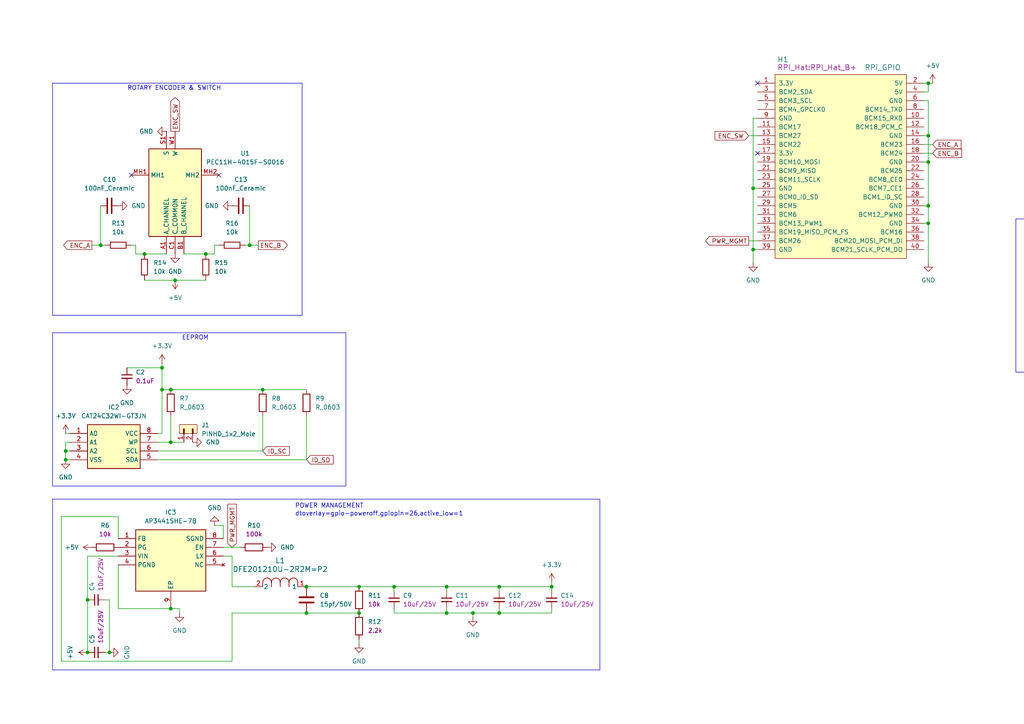
<source format=kicad_sch>
(kicad_sch (version 20231120) (generator "eeschema") (generator_version "8.0")
  (paper "A4")
  (lib_symbols
    (symbol "10k_1"
      (property "Reference" "R" (at 0 5.08 0))
      (property "Value" "10k" (at 0 2.54 0))
      (symbol "10k_1_0_1"
        (rectangle (start -2.286 0.889) (end 2.286 -0.889) (stroke (width 0.24)))
      )
      (symbol "10k_1_1_1"
        (pin passive line (at -3.81 0 0) (length 1.5) (name "") (number "1"))
        (pin passive line (at 3.81 0 180) (length 1.5) (name "~") (number "2"))
      )
    )
    (symbol "2024-11-03_19-57-49:DFE201210U-2R2M=P2" (pin_names (offset 0.254))
      (property "Reference" "L" (at 6.985 5.08 0))
      (property "Value" "DFE201210U-2R2M=P2" (at 6.985 -2.54 0))
      (symbol "DFE201210U-2R2M=P2_1_1"
        (polyline (pts (xy 2.54 0) (xy 2.54 1.27)) (stroke (width 0.2032)))
        (polyline (pts (xy 5.08 0) (xy 5.08 1.27)) (stroke (width 0.2032)))
        (polyline (pts (xy 7.62 0) (xy 7.62 1.27)) (stroke (width 0.2032)))
        (polyline (pts (xy 10.16 0) (xy 10.16 1.27)) (stroke (width 0.2032)))
        (polyline (pts (xy 12.7 0) (xy 12.7 1.27)) (stroke (width 0.2032)))
        (arc (start 5.08 1.27) (mid 3.81 2.5344) (end 2.54 1.27) (stroke (width 0.2032)))
        (arc (start 7.62 1.27) (mid 6.35 2.5344) (end 5.08 1.27) (stroke (width 0.2032)))
        (arc (start 10.16 1.27) (mid 8.89 2.5344) (end 7.62 1.27) (stroke (width 0.2032)))
        (arc (start 12.7 1.27) (mid 11.43 2.5344) (end 10.16 1.27) (stroke (width 0.2032)))
        (pin unspecified line (at 15.24 0 180) (length 2.54) (name "1") (number "1"))
        (pin unspecified line (at 0 0 0) (length 2.54) (name "2") (number "2"))
      )
      (symbol "DFE201210U-2R2M=P2_1_2"
        (arc (start -1.27 5.08) (mid -2.5344 3.81) (end -1.27 2.54) (stroke (width 0.2032)))
        (arc (start -1.27 7.62) (mid -2.5344 6.35) (end -1.27 5.08) (stroke (width 0.2032)))
        (arc (start -1.27 10.16) (mid -2.5344 8.89) (end -1.27 7.62) (stroke (width 0.2032)))
        (arc (start -1.27 12.7) (mid -2.5344 11.43) (end -1.27 10.16) (stroke (width 0.2032)))
        (polyline (pts (xy 0 2.54) (xy -1.27 2.54)) (stroke (width 0.2032)))
        (polyline (pts (xy 0 5.08) (xy -1.27 5.08)) (stroke (width 0.2032)))
        (polyline (pts (xy 0 7.62) (xy -1.27 7.62)) (stroke (width 0.2032)))
        (polyline (pts (xy 0 10.16) (xy -1.27 10.16)) (stroke (width 0.2032)))
        (polyline (pts (xy 0 12.7) (xy -1.27 12.7)) (stroke (width 0.2032)))
        (pin unspecified line (at 0 15.24 270) (length 2.54) (name "1") (number "1"))
        (pin unspecified line (at 0 0 90) (length 2.54) (name "2") (number "2"))
      )
    )
    (symbol "PCM_4ms_Capacitor:0.1uF_0603_16V" (pin_numbers hide) (pin_names (offset 0.254) hide)
      (property "Reference" "C" (at 1.905 1.27 0))
      (property "Display" "0.1uF" (at 1.905 -1.27 0))
      (symbol "0.1uF_0603_16V_0_1"
        (polyline (pts (xy -1.524 -0.508) (xy 1.524 -0.508)) (stroke (width 0.3302)))
        (polyline (pts (xy -1.524 0.508) (xy 1.524 0.508)) (stroke (width 0.3048)))
      )
      (symbol "0.1uF_0603_16V_1_1"
        (pin passive line (at 0 2.54 270) (length 2.032) (name "~") (number "1"))
        (pin passive line (at 0 -2.54 90) (length 2.032) (name "~") (number "2"))
      )
    )
    (symbol "PCM_4ms_Capacitor:10uF_0805_25V" (pin_numbers hide) (pin_names (offset 0.254) hide)
      (property "Reference" "C" (at 1.905 1.27 0))
      (property "Display" "10uF/25V" (at 1.905 -1.27 0))
      (symbol "10uF_0805_25V_0_1"
        (polyline (pts (xy -1.524 -0.508) (xy 1.524 -0.508)) (stroke (width 0.3302)))
        (polyline (pts (xy -1.524 0.508) (xy 1.524 0.508)) (stroke (width 0.3048)))
      )
      (symbol "10uF_0805_25V_1_1"
        (pin passive line (at 0 2.54 270) (length 2.032) (name "~") (number "1"))
        (pin passive line (at 0 -2.54 90) (length 2.032) (name "~") (number "2"))
      )
    )
    (symbol "PCM_4ms_Resistor:100k_0603" (pin_numbers hide) (pin_names (offset 0))
      (property "Reference" "R" (at 2.032 0 90))
      (property "Display" "100k" (at 3.81 0 90))
      (symbol "100k_0603_0_1"
        (rectangle (start -1.016 -2.54) (end 1.016 2.54) (stroke (width 0.254)))
      )
      (symbol "100k_0603_1_1"
        (pin passive line (at 0 3.81 270) (length 1.27) (name "~") (number "1"))
        (pin passive line (at 0 -3.81 90) (length 1.27) (name "~") (number "2"))
      )
    )
    (symbol "PCM_4ms_Resistor:10k_0603" (pin_numbers hide) (pin_names (offset 0))
      (property "Reference" "R" (at 2.032 0 90))
      (property "Display" "10k" (at 3.81 0 90))
      (symbol "10k_0603_0_1"
        (rectangle (start -1.016 -2.54) (end 1.016 2.54) (stroke (width 0.254)))
      )
      (symbol "10k_0603_1_1"
        (pin passive line (at 0 3.81 270) (length 1.27) (name "~") (number "1"))
        (pin passive line (at 0 -3.81 90) (length 1.27) (name "~") (number "2"))
      )
    )
    (symbol "PCM_4ms_Resistor:2.2k_0603" (pin_numbers hide) (pin_names (offset 0))
      (property "Reference" "R" (at 2.032 0 90))
      (property "Display" "2.2k" (at 3.81 0 90))
      (symbol "2.2k_0603_0_1"
        (rectangle (start -1.016 -2.54) (end 1.016 2.54) (stroke (width 0.254)))
      )
      (symbol "2.2k_0603_1_1"
        (pin passive line (at 0 3.81 270) (length 1.27) (name "~") (number "1"))
        (pin passive line (at 0 -3.81 90) (length 1.27) (name "~") (number "2"))
      )
    )
    (symbol "PCM_Capacitor_AKL:C_0603" (pin_numbers hide) (pin_names (offset 0.254))
      (property "Reference" "C" (at 0.635 2.54 0))
      (property "Value" "C_0603" (at 0.635 -2.54 0))
      (symbol "C_0603_0_1"
        (polyline (pts (xy -2.032 -0.762) (xy 2.032 -0.762)) (stroke (width 0.508)))
        (polyline (pts (xy -2.032 0.762) (xy 2.032 0.762)) (stroke (width 0.508)))
      )
      (symbol "C_0603_0_2"
        (polyline (pts (xy -2.54 -2.54) (xy -0.381 -0.381)))
        (polyline (pts (xy -0.508 -0.508) (xy -1.651 0.635)) (stroke (width 0.508)))
        (polyline (pts (xy -0.508 -0.508) (xy 0.635 -1.651)) (stroke (width 0.508)))
        (polyline (pts (xy 0.381 0.381) (xy 2.54 2.54)))
        (polyline (pts (xy 0.508 0.508) (xy -0.635 1.651)) (stroke (width 0.508)))
        (polyline (pts (xy 0.508 0.508) (xy 1.651 -0.635)) (stroke (width 0.508)))
      )
      (symbol "C_0603_1_1"
        (pin passive line (at 0 3.81 270) (length 2.794) (name "~") (number "1"))
        (pin passive line (at 0 -3.81 90) (length 2.794) (name "~") (number "2"))
      )
      (symbol "C_0603_1_2"
        (pin passive line (at 2.54 2.54 270) (length 0) (name "~") (number "1"))
        (pin passive line (at -2.54 -2.54 90) (length 0) (name "~") (number "2"))
      )
    )
    (symbol "PCM_Resistor_AKL:R_0603" (pin_numbers hide) (pin_names (offset 0))
      (property "Reference" "R" (at 2.54 1.27 0))
      (property "Value" "R_0603" (at 2.54 -1.27 0))
      (symbol "R_0603_0_1"
        (rectangle (start -1.016 2.54) (end 1.016 -2.54) (stroke (width 0.254)))
      )
      (symbol "R_0603_0_2"
        (polyline (pts (xy -2.54 -2.54) (xy -1.524 -1.524)))
        (polyline (pts (xy 1.524 1.524) (xy 2.54 2.54)))
        (polyline (pts (xy 1.524 1.524) (xy 0.889 2.159) (xy -2.159 -0.889) (xy -0.889 -2.159) (xy 2.159 0.889) (xy 1.524 1.524)) (stroke (width 0.254)))
      )
      (symbol "R_0603_1_1"
        (pin passive line (at 0 3.81 270) (length 1.27) (name "~") (number "1"))
        (pin passive line (at 0 -3.81 90) (length 1.27) (name "~") (number "2"))
      )
      (symbol "R_0603_1_2"
        (pin passive line (at 2.54 2.54 180) (length 0) (name "") (number "1"))
        (pin passive line (at -2.54 -2.54 0) (length 0) (name "") (number "2"))
      )
    )
    (symbol "PCM_SL_Capacitors:100nF_Ceramic"
      (property "Reference" "C" (at 0 6.35 0))
      (property "Value" "100nF_Ceramic" (at 0 3.81 0))
      (symbol "100nF_Ceramic_0_1"
        (rectangle (start -0.762 2.286) (end -0.508 -2.286) (fill (type outline)))
        (rectangle (start 0.508 2.286) (end 0.762 -2.286) (fill (type outline)))
      )
      (symbol "100nF_Ceramic_1_1"
        (pin passive line (at -2.54 0 0) (length 2) (name "~") (number "1"))
        (pin input line (at 2.54 0 180) (length 2) (name "~") (number "2"))
      )
    )
    (symbol "PCM_SL_Pin_Headers:PINHD_1x2_Male"
      (property "Reference" "J" (at 0 6.35 0))
      (property "Value" "PINHD_1x2_Male" (at 0 3.81 0))
      (symbol "PINHD_1x2_Male_0_1"
        (rectangle (start -1.27 2.54) (end 1.27 -2.54) (fill (type background)))
        (polyline (pts (xy -1.27 -1.27) (xy 0 -1.27)) (stroke (width 0.3)))
        (polyline (pts (xy -1.27 -1.27) (xy 0 -1.27)) (stroke (width 0.5)))
        (polyline (pts (xy -1.27 1.27) (xy 0 1.27)) (stroke (width 0.3)))
        (polyline (pts (xy -1.27 1.27) (xy 0 1.27)) (stroke (width 0.5)))
      )
      (symbol "PINHD_1x2_Male_1_1"
        (pin passive line (at -3.81 1.27 0) (length 2.54) (name "") (number "1"))
        (pin passive line (at -3.81 -1.27 0) (length 2.54) (name "") (number "2"))
      )
    )
    (symbol "PCM_SL_Resistors:10k"
      (property "Reference" "R" (at 0 5.08 0))
      (property "Value" "10k" (at 0 2.54 0))
      (symbol "10k_0_1"
        (rectangle (start -2.286 0.889) (end 2.286 -0.889) (stroke (width 0.24)))
      )
      (symbol "10k_1_1"
        (pin passive line (at -3.81 0 0) (length 1.5) (name "") (number "1"))
        (pin passive line (at 3.81 0 180) (length 1.5) (name "~") (number "2"))
      )
    )
    (symbol "RPi_Hat:RPi_GPIO" (pin_names (offset 1.016))
      (property "Reference" "H" (at 19.05 6.35 0))
      (property "Value" "RPi_GPIO" (at 19.05 3.81 0))
      (property "Footprint" "RPI_Hat:RPI_Hat_B+" (at 0 0 0))
      (symbol "RPi_GPIO_1_1"
        (rectangle (start 0 2.54) (end 38.1 -50.8) (fill (type background)))
        (pin power_in line (at -5.08 0 0) (length 5.08) (name "3.3V") (number "1"))
        (pin bidirectional line (at 43.18 -10.16 180) (length 5.08) (name "BCM15_RXD") (number "10"))
        (pin bidirectional line (at -5.08 -12.7 0) (length 5.08) (name "BCM17") (number "11"))
        (pin bidirectional line (at 43.18 -12.7 180) (length 5.08) (name "BCM18_PCM_C") (number "12"))
        (pin bidirectional line (at -5.08 -15.24 0) (length 5.08) (name "BCM27") (number "13"))
        (pin power_in line (at 43.18 -15.24 180) (length 5.08) (name "GND") (number "14"))
        (pin bidirectional line (at -5.08 -17.78 0) (length 5.08) (name "BCM22") (number "15"))
        (pin bidirectional line (at 43.18 -17.78 180) (length 5.08) (name "BCM23") (number "16"))
        (pin power_in line (at -5.08 -20.32 0) (length 5.08) (name "3.3V") (number "17"))
        (pin bidirectional line (at 43.18 -20.32 180) (length 5.08) (name "BCM24") (number "18"))
        (pin bidirectional line (at -5.08 -22.86 0) (length 5.08) (name "BCM10_MOSI") (number "19"))
        (pin power_in line (at 43.18 0 180) (length 5.08) (name "5V") (number "2"))
        (pin power_in line (at 43.18 -22.86 180) (length 5.08) (name "GND") (number "20"))
        (pin bidirectional line (at -5.08 -25.4 0) (length 5.08) (name "BCM9_MISO") (number "21"))
        (pin bidirectional line (at 43.18 -25.4 180) (length 5.08) (name "BCM25") (number "22"))
        (pin bidirectional line (at -5.08 -27.94 0) (length 5.08) (name "BCM11_SCLK") (number "23"))
        (pin bidirectional line (at 43.18 -27.94 180) (length 5.08) (name "BCM8_CE0") (number "24"))
        (pin power_in line (at -5.08 -30.48 0) (length 5.08) (name "GND") (number "25"))
        (pin bidirectional line (at 43.18 -30.48 180) (length 5.08) (name "BCM7_CE1") (number "26"))
        (pin bidirectional line (at -5.08 -33.02 0) (length 5.08) (name "BCM0_ID_SD") (number "27"))
        (pin bidirectional line (at 43.18 -33.02 180) (length 5.08) (name "BCM1_ID_SC") (number "28"))
        (pin bidirectional line (at -5.08 -35.56 0) (length 5.08) (name "BCM5") (number "29"))
        (pin bidirectional line (at -5.08 -2.54 0) (length 5.08) (name "BCM2_SDA") (number "3"))
        (pin power_in line (at 43.18 -35.56 180) (length 5.08) (name "GND") (number "30"))
        (pin bidirectional line (at -5.08 -38.1 0) (length 5.08) (name "BCM6") (number "31"))
        (pin bidirectional line (at 43.18 -38.1 180) (length 5.08) (name "BCM12_PWM0") (number "32"))
        (pin bidirectional line (at -5.08 -40.64 0) (length 5.08) (name "BCM13_PWM1") (number "33"))
        (pin power_in line (at 43.18 -40.64 180) (length 5.08) (name "GND") (number "34"))
        (pin bidirectional line (at -5.08 -43.18 0) (length 5.08) (name "BCM19_MISO_PCM_FS") (number "35"))
        (pin bidirectional line (at 43.18 -43.18 180) (length 5.08) (name "BCM16") (number "36"))
        (pin bidirectional line (at -5.08 -45.72 0) (length 5.08) (name "BCM26") (number "37"))
        (pin bidirectional line (at 43.18 -45.72 180) (length 5.08) (name "BCM20_MOSI_PCM_DI") (number "38"))
        (pin power_in line (at -5.08 -48.26 0) (length 5.08) (name "GND") (number "39"))
        (pin power_in line (at 43.18 -2.54 180) (length 5.08) (name "5V") (number "4"))
        (pin bidirectional line (at 43.18 -48.26 180) (length 5.08) (name "BCM21_SCLK_PCM_DO") (number "40"))
        (pin bidirectional line (at -5.08 -5.08 0) (length 5.08) (name "BCM3_SCL") (number "5"))
        (pin power_in line (at 43.18 -5.08 180) (length 5.08) (name "GND") (number "6"))
        (pin bidirectional line (at -5.08 -7.62 0) (length 5.08) (name "BCM4_GPCLK0") (number "7"))
        (pin bidirectional line (at 43.18 -7.62 180) (length 5.08) (name "BCM14_TXD") (number "8"))
        (pin power_in line (at -5.08 -10.16 0) (length 5.08) (name "GND") (number "9"))
      )
    )
    (symbol "SamacSys_Parts:936"
      (property "Reference" "J" (at 21.59 7.62 0))
      (property "Value" "936" (at 21.59 5.08 0))
      (symbol "936_1_1"
        (rectangle (start 5.08 2.54) (end 20.32 -7.62) (stroke (width 0.254)) (fill (type background)))
        (pin passive line (at 25.4 -2.54 180) (length 5.08) (name "1") (number "1"))
        (pin passive line (at 25.4 0 180) (length 5.08) (name "MH1") (number "MH1"))
        (pin passive line (at 25.4 -5.08 180) (length 5.08) (name "MH2") (number "MH2"))
        (pin passive line (at 0 0 0) (length 5.08) (name "MH3") (number "MH3"))
      )
    )
    (symbol "SamacSys_Parts:AP3441SHE-7B"
      (property "Reference" "IC" (at 26.67 7.62 0))
      (property "Value" "AP3441SHE-7B" (at 26.67 5.08 0))
      (symbol "AP3441SHE-7B_1_1"
        (rectangle (start 5.08 2.54) (end 25.4 -15.24) (stroke (width 0.254)) (fill (type background)))
        (pin passive line (at 0 0 0) (length 5.08) (name "FB") (number "1"))
        (pin passive line (at 0 -2.54 0) (length 5.08) (name "PG") (number "2"))
        (pin passive line (at 0 -5.08 0) (length 5.08) (name "VIN") (number "3"))
        (pin passive line (at 0 -7.62 0) (length 5.08) (name "PGND") (number "4"))
        (pin no_connect line (at 30.48 -7.62 180) (length 5.08) (name "NC") (number "5"))
        (pin passive line (at 30.48 -5.08 180) (length 5.08) (name "LX") (number "6"))
        (pin passive line (at 30.48 -2.54 180) (length 5.08) (name "EN") (number "7"))
        (pin passive line (at 30.48 0 180) (length 5.08) (name "SGND") (number "8"))
        (pin passive line (at 15.24 -20.32 90) (length 5.08) (name "EP") (number "9"))
      )
    )
    (symbol "SamacSys_Parts:C4GAMUD4150AA1J" (pin_names hide)
      (property "Reference" "C" (at 8.89 6.35 0))
      (property "Value" "C4GAMUD4150AA1J" (at 8.89 3.81 0))
      (symbol "C4GAMUD4150AA1J_1_1"
        (polyline (pts (xy 5.08 0) (xy 5.588 0)) (stroke (width 0.254)))
        (polyline (pts (xy 5.588 2.54) (xy 5.588 -2.54)) (stroke (width 0.254)))
        (polyline (pts (xy 7.112 0) (xy 7.62 0)) (stroke (width 0.254)))
        (polyline (pts (xy 7.112 2.54) (xy 7.112 -2.54)) (stroke (width 0.254)))
        (pin passive line (at 0 0 0) (length 5.08) (name "+") (number "1"))
        (pin passive line (at 12.7 0 180) (length 5.08) (name "-") (number "2"))
      )
    )
    (symbol "SamacSys_Parts:CAT24C32WI-GT3JN"
      (property "Reference" "IC" (at 21.59 7.62 0))
      (property "Value" "CAT24C32WI-GT3JN" (at 21.59 5.08 0))
      (symbol "CAT24C32WI-GT3JN_1_1"
        (rectangle (start 5.08 2.54) (end 20.32 -10.16) (stroke (width 0.254)) (fill (type background)))
        (pin input line (at 0 0 0) (length 5.08) (name "A0") (number "1"))
        (pin input line (at 0 -2.54 0) (length 5.08) (name "A1") (number "2"))
        (pin input line (at 0 -5.08 0) (length 5.08) (name "A2") (number "3"))
        (pin power_in line (at 0 -7.62 0) (length 5.08) (name "VSS") (number "4"))
        (pin bidirectional line (at 25.4 -7.62 180) (length 5.08) (name "SDA") (number "5"))
        (pin input line (at 25.4 -5.08 180) (length 5.08) (name "SCL") (number "6"))
        (pin input line (at 25.4 -2.54 180) (length 5.08) (name "WP") (number "7"))
        (pin power_in line (at 25.4 0 180) (length 5.08) (name "VCC") (number "8"))
      )
    )
    (symbol "SamacSys_Parts:PEC11H-4015F-S0016"
      (property "Reference" "U" (at 21.59 12.7 0))
      (property "Value" "PEC11H-4015F-S0016" (at 21.59 10.16 0))
      (symbol "PEC11H-4015F-S0016_1_1"
        (rectangle (start 5.08 7.62) (end 20.32 -17.78) (stroke (width 0.254)) (fill (type background)))
        (pin passive line (at 10.16 -22.86 90) (length 5.08) (name "A_CHANNEL") (number "A1"))
        (pin passive line (at 15.24 -22.86 90) (length 5.08) (name "B_CHANNEL") (number "B1"))
        (pin passive line (at 12.7 -22.86 90) (length 5.08) (name "C_COMMON") (number "C1"))
        (pin passive line (at 0 0 0) (length 5.08) (name "MH1") (number "MH1"))
        (pin passive line (at 25.4 0 180) (length 5.08) (name "MH2") (number "MH2"))
        (pin passive line (at 10.16 12.7 270) (length 5.08) (name "S") (number "S1"))
        (pin passive line (at 12.7 12.7 270) (length 5.08) (name "W") (number "W1"))
      )
    )
    (symbol "power:+3.3V" (power) (pin_numbers hide) (pin_names (offset 0) hide)
      (property "Value" "+3.3V" (at 0 3.556 0))
      (symbol "+3.3V_0_1"
        (polyline (pts (xy -0.762 1.27) (xy 0 2.54)))
        (polyline (pts (xy 0 0) (xy 0 2.54)))
        (polyline (pts (xy 0 2.54) (xy 0.762 1.27)))
      )
      (symbol "+3.3V_1_1"
        (pin power_in line (at 0 0 90) (length 0) (name "~") (number "1"))
      )
    )
    (symbol "power:+5V" (power) (pin_numbers hide) (pin_names (offset 0) hide)
      (property "Value" "+5V" (at 0 3.556 0))
      (symbol "+5V_0_1"
        (polyline (pts (xy -0.762 1.27) (xy 0 2.54)))
        (polyline (pts (xy 0 0) (xy 0 2.54)))
        (polyline (pts (xy 0 2.54) (xy 0.762 1.27)))
      )
      (symbol "+5V_1_1"
        (pin power_in line (at 0 0 90) (length 0) (name "~") (number "1"))
      )
    )
    (symbol "power:GND" (power) (pin_numbers hide) (pin_names (offset 0) hide)
      (property "Value" "GND" (at 0 -3.81 0))
      (symbol "GND_0_1"
        (polyline (pts (xy 0 0) (xy 0 -1.27) (xy 1.27 -1.27) (xy 0 -2.54) (xy -1.27 -1.27) (xy 0 -1.27)))
      )
      (symbol "GND_1_1"
        (pin power_in line (at 0 0 270) (length 0) (name "~") (number "1"))
      )
    )
  )
  (junction (at 19.05 130.81))
  (junction (at 31.75 189.23))
  (junction (at 59.69 73.66))
  (junction (at 129.54 177.8))
  (junction (at 114.3 170.18))
  (junction (at 46.99 113.03))
  (junction (at 29.21 71.12))
  (junction (at 269.24 46.99))
  (junction (at 137.16 177.8))
  (junction (at 25.4 189.23))
  (junction (at 25.4 173.99))
  (junction (at 49.53 128.27))
  (junction (at 144.78 170.18))
  (junction (at 76.2 113.03))
  (junction (at 104.14 177.8))
  (junction (at 49.53 113.03))
  (junction (at 88.9 170.18))
  (junction (at 269.24 59.69))
  (junction (at 46.99 106.68))
  (junction (at 88.9 177.8))
  (junction (at 160.02 170.18))
  (junction (at 104.14 170.18))
  (junction (at 144.78 177.8))
  (junction (at 49.53 176.53))
  (junction (at 50.8 81.28))
  (junction (at 269.24 24.13))
  (junction (at 304.8 95.25))
  (junction (at 19.05 133.35))
  (junction (at 41.91 73.66))
  (junction (at 269.24 39.37))
  (junction (at 72.39 71.12))
  (junction (at 218.44 72.39))
  (junction (at 304.8 74.93))
  (junction (at 218.44 54.61))
  (junction (at 129.54 170.18))
  (junction (at 269.24 64.77))
  (no_connect (at 38.1 50.8))
  (no_connect (at 219.71 44.45))
  (no_connect (at 63.5 50.8))
  (no_connect (at 219.71 24.13))
  (wire (pts (xy 41.91 73.66) (xy 48.26 73.66)))
  (wire (pts (xy 217.17 39.37) (xy 219.71 39.37)))
  (wire (pts (xy 129.54 177.8) (xy 137.16 177.8)))
  (wire (pts (xy 76.2 113.03) (xy 88.9 113.03)))
  (wire (pts (xy 49.53 128.27) (xy 53.34 128.27)))
  (wire (pts (xy 269.24 29.21) (xy 267.97 29.21)))
  (wire (pts (xy 17.78 191.77) (xy 67.31 191.77)))
  (wire (pts (xy 267.97 64.77) (xy 269.24 64.77)))
  (wire (pts (xy 144.78 177.8) (xy 160.02 177.8)))
  (wire (pts (xy 59.69 73.66) (xy 62.23 73.66)))
  (wire (pts (xy 62.23 73.66) (xy 62.23 71.12)))
  (wire (pts (xy 88.9 177.8) (xy 104.14 177.8)))
  (wire (pts (xy 330.2 80.01) (xy 330.2 83.82)))
  (wire (pts (xy 67.31 177.8) (xy 88.9 177.8)))
  (wire (pts (xy 29.21 59.69) (xy 29.21 71.12)))
  (wire (pts (xy 72.39 71.12) (xy 74.93 71.12)))
  (wire (pts (xy 64.77 158.75) (xy 69.85 158.75)))
  (wire (pts (xy 25.4 173.99) (xy 25.4 161.29)))
  (wire (pts (xy 144.78 170.18) (xy 144.78 171.45)))
  (wire (pts (xy 217.17 69.85) (xy 219.71 69.85)))
  (wire (pts (xy 52.07 177.8) (xy 52.07 176.53)))
  (wire (pts (xy 267.97 59.69) (xy 269.24 59.69)))
  (wire (pts (xy 304.8 71.12) (xy 330.2 71.12)))
  (wire (pts (xy 25.4 189.23) (xy 25.4 173.99)))
  (wire (pts (xy 67.31 161.29) (xy 64.77 161.29)))
  (wire (pts (xy 304.8 74.93) (xy 304.8 71.12)))
  (wire (pts (xy 218.44 54.61) (xy 219.71 54.61)))
  (wire (pts (xy 218.44 72.39) (xy 218.44 76.2)))
  (wire (pts (xy 137.16 179.07) (xy 137.16 177.8)))
  (wire (pts (xy 49.53 176.53) (xy 52.07 176.53)))
  (wire (pts (xy 267.97 24.13) (xy 269.24 24.13)))
  (wire (pts (xy 304.8 104.14) (xy 330.2 104.14)))
  (wire (pts (xy 218.44 34.29) (xy 218.44 54.61)))
  (wire (pts (xy 45.72 133.35) (xy 88.9 133.35)))
  (wire (pts (xy 46.99 113.03) (xy 46.99 125.73)))
  (wire (pts (xy 330.2 71.12) (xy 330.2 74.93)))
  (wire (pts (xy 49.53 113.03) (xy 76.2 113.03)))
  (wire (pts (xy 19.05 130.81) (xy 19.05 133.35)))
  (wire (pts (xy 39.37 71.12) (xy 38.1 71.12)))
  (wire (pts (xy 267.97 26.67) (xy 269.24 26.67)))
  (wire (pts (xy 304.8 74.93) (xy 304.8 83.82)))
  (wire (pts (xy 53.34 73.66) (xy 59.69 73.66)))
  (wire (pts (xy 269.24 24.13) (xy 269.24 26.67)))
  (wire (pts (xy 330.2 95.25) (xy 330.2 91.44)))
  (wire (pts (xy 71.12 71.12) (xy 72.39 71.12)))
  (wire (pts (xy 330.2 83.82) (xy 304.8 83.82)))
  (wire (pts (xy 269.24 76.2) (xy 269.24 64.77)))
  (wire (pts (xy 64.77 152.4) (xy 64.77 156.21)))
  (wire (pts (xy 114.3 177.8) (xy 114.3 176.53)))
  (wire (pts (xy 29.21 71.12) (xy 30.48 71.12)))
  (wire (pts (xy 26.67 71.12) (xy 29.21 71.12)))
  (wire (pts (xy 219.71 34.29) (xy 218.44 34.29)))
  (wire (pts (xy 269.24 46.99) (xy 269.24 39.37)))
  (wire (pts (xy 304.8 91.44) (xy 304.8 95.25)))
  (wire (pts (xy 50.8 81.28) (xy 59.69 81.28)))
  (wire (pts (xy 62.23 71.12) (xy 63.5 71.12)))
  (wire (pts (xy 46.99 113.03) (xy 49.53 113.03)))
  (wire (pts (xy 31.75 189.23) (xy 31.75 173.99)))
  (wire (pts (xy 129.54 170.18) (xy 144.78 170.18)))
  (wire (pts (xy 114.3 177.8) (xy 129.54 177.8)))
  (wire (pts (xy 129.54 177.8) (xy 129.54 176.53)))
  (wire (pts (xy 67.31 170.18) (xy 73.66 170.18)))
  (wire (pts (xy 330.2 100.33) (xy 330.2 104.14)))
  (wire (pts (xy 39.37 71.12) (xy 39.37 73.66)))
  (wire (pts (xy 46.99 106.68) (xy 46.99 113.03)))
  (wire (pts (xy 31.75 173.99) (xy 30.48 173.99)))
  (wire (pts (xy 304.8 95.25) (xy 304.8 104.14)))
  (wire (pts (xy 17.78 149.86) (xy 17.78 191.77)))
  (wire (pts (xy 19.05 130.81) (xy 20.32 130.81)))
  (wire (pts (xy 76.2 130.81) (xy 76.2 120.65)))
  (wire (pts (xy 45.72 128.27) (xy 49.53 128.27)))
  (wire (pts (xy 34.29 149.86) (xy 17.78 149.86)))
  (wire (pts (xy 269.24 24.13) (xy 270.51 24.13)))
  (wire (pts (xy 20.32 128.27) (xy 19.05 128.27)))
  (wire (pts (xy 41.91 73.66) (xy 39.37 73.66)))
  (wire (pts (xy 269.24 59.69) (xy 269.24 46.99)))
  (wire (pts (xy 144.78 177.8) (xy 144.78 176.53)))
  (wire (pts (xy 41.91 81.28) (xy 50.8 81.28)))
  (wire (pts (xy 30.48 189.23) (xy 31.75 189.23)))
  (wire (pts (xy 114.3 171.45) (xy 114.3 170.18)))
  (wire (pts (xy 269.24 39.37) (xy 267.97 39.37)))
  (wire (pts (xy 46.99 106.68) (xy 36.83 106.68)))
  (wire (pts (xy 330.2 77.47) (xy 334.01 77.47)))
  (wire (pts (xy 19.05 133.35) (xy 20.32 133.35)))
  (wire (pts (xy 45.72 125.73) (xy 46.99 125.73)))
  (wire (pts (xy 67.31 177.8) (xy 67.31 191.77)))
  (wire (pts (xy 34.29 156.21) (xy 34.29 149.86)))
  (wire (pts (xy 88.9 133.35) (xy 88.9 120.65)))
  (wire (pts (xy 45.72 130.81) (xy 76.2 130.81)))
  (wire (pts (xy 160.02 168.91) (xy 160.02 170.18)))
  (wire (pts (xy 218.44 54.61) (xy 218.44 72.39)))
  (wire (pts (xy 49.53 128.27) (xy 49.53 120.65)))
  (wire (pts (xy 137.16 177.8) (xy 144.78 177.8)))
  (wire (pts (xy 160.02 177.8) (xy 160.02 176.53)))
  (wire (pts (xy 267.97 46.99) (xy 269.24 46.99)))
  (wire (pts (xy 269.24 64.77) (xy 269.24 59.69)))
  (wire (pts (xy 129.54 170.18) (xy 129.54 171.45)))
  (wire (pts (xy 88.9 170.18) (xy 104.14 170.18)))
  (wire (pts (xy 114.3 170.18) (xy 129.54 170.18)))
  (wire (pts (xy 67.31 170.18) (xy 67.31 161.29)))
  (wire (pts (xy 144.78 170.18) (xy 160.02 170.18)))
  (wire (pts (xy 25.4 161.29) (xy 34.29 161.29)))
  (wire (pts (xy 19.05 128.27) (xy 19.05 130.81)))
  (wire (pts (xy 62.23 152.4) (xy 64.77 152.4)))
  (wire (pts (xy 334.01 97.79) (xy 330.2 97.79)))
  (wire (pts (xy 330.2 91.44) (xy 304.8 91.44)))
  (wire (pts (xy 269.24 39.37) (xy 269.24 29.21)))
  (wire (pts (xy 46.99 105.41) (xy 46.99 106.68)))
  (wire (pts (xy 160.02 170.18) (xy 160.02 171.45)))
  (wire (pts (xy 72.39 59.69) (xy 72.39 71.12)))
  (wire (pts (xy 34.29 163.83) (xy 34.29 176.53)))
  (wire (pts (xy 218.44 72.39) (xy 219.71 72.39)))
  (wire (pts (xy 104.14 170.18) (xy 114.3 170.18)))
  (wire (pts (xy 104.14 185.42) (xy 104.14 186.69)))
  (wire (pts (xy 19.05 125.73) (xy 20.32 125.73)))
  (wire (pts (xy 34.29 176.53) (xy 49.53 176.53)))
  (wire (pts (xy 270.51 41.91) (xy 267.97 41.91)))
  (wire (pts (xy 270.51 44.45) (xy 267.97 44.45)))
  (rectangle (start 15.24 96.52) (end 100.33 140.97))
  (rectangle (start 294.64 63.5) (end 355.6 107.95))
  (rectangle (start 15.24 24.13) (end 87.63 91.44))
  (rectangle (start 15.24 144.78) (end 173.99 194.31))
  (text "ROTARY ENCODER & SWITCH" (at 50.546 25.654 0) (effects (font (size 1.27 1.27))))
  (text "POWER MANAGEMENT" (at 95.504 146.812 0) (effects (font (size 1.27 1.27))))
  (text "EEPROM" (at 56.642 98.044 0) (effects (font (size 1.27 1.27))))
  (text "AUDIO OUT" (at 325.12 65.024 0) (effects (font (size 1.27 1.27))))
  (text "dtoverlay=gpio-poweroff,gpiopin=26,active_low=1" (at 109.982 149.098 0) (effects (font (size 1.27 1.27))))
  (global_label "ID_SC" (shape input) (at 76.2 130.81 0) (property "Intersheetrefs" "${INTERSHEET_REFS}" (effects (hide yes))))
  (global_label "ENC_SW" (shape output) (at 50.8 38.1 90) (property "Intersheetrefs" "${INTERSHEET_REFS}" (effects (hide yes))))
  (global_label "ID_SD" (shape input) (at 88.9 133.35 0) (property "Intersheetrefs" "${INTERSHEET_REFS}" (effects (hide yes))))
  (global_label "ENC_B" (shape output) (at 74.93 71.12 0) (property "Intersheetrefs" "${INTERSHEET_REFS}" (effects (hide yes))))
  (global_label "PWR_MGMT" (shape input) (at 67.31 158.75 90) (property "Intersheetrefs" "${INTERSHEET_REFS}" (effects (hide yes))))
  (global_label "ENC_SW" (shape input) (at 217.17 39.37 180) (property "Intersheetrefs" "${INTERSHEET_REFS}" (effects (hide yes))))
  (global_label "PWR_MGMT" (shape output) (at 217.17 69.85 180) (property "Intersheetrefs" "${INTERSHEET_REFS}" (effects (hide yes))))
  (global_label "AOL" (shape input) (at 346.71 77.47 0) (property "Intersheetrefs" "${INTERSHEET_REFS}" (effects (hide yes))))
  (global_label "ENC_A" (shape output) (at 26.67 71.12 180) (property "Intersheetrefs" "${INTERSHEET_REFS}" (effects (hide yes))))
  (global_label "AOR" (shape input) (at 346.71 97.79 0) (property "Intersheetrefs" "${INTERSHEET_REFS}" (effects (hide yes))))
  (global_label "ENC_B" (shape input) (at 270.51 44.45 0) (property "Intersheetrefs" "${INTERSHEET_REFS}" (effects (hide yes))))
  (global_label "ENC_A" (shape input) (at 270.51 41.91 0) (property "Intersheetrefs" "${INTERSHEET_REFS}" (effects (hide yes))))
  (symbol (lib_id "PCM_4ms_Resistor:10k_0603") (at 30.48 158.75 90) (unit 1)
    (property "Reference" "R6" (at 30.48 152.4 90))
    (property "Value" "10k_0603" (effects (hide yes)))
    (property "Footprint" "PCM_Resistor_SMD_AKL:R_0603_1608Metric" (effects (hide yes)))
    (property "Description" "10K, 1%, 1/10W, 0603" (effects (hide yes)))
    (property "Specifications" "10K, 1%, 1/10W, 0603" (effects (hide yes)))
    (property "Manufacturer" "Yageo" (effects (hide yes)))
    (property "Part Number" "RC0603FR-0710KL" (effects (hide yes)))
    (property "Display" "10k" (at 30.48 154.94 90))
    (property "JLCPCB ID" "C25804" (effects (hide yes)))
  )
  (symbol (lib_name "10k_1") (lib_id "PCM_SL_Resistors:10k") (at 34.29 71.12 180) (unit 1)
    (property "Reference" "R13" (at 34.29 64.77 0))
    (property "Value" "10k" (at 34.29 67.31 0))
    (property "Footprint" "Resistor_THT:R_Axial_DIN0207_L6.3mm_D2.5mm_P10.16mm_Horizontal" (effects (hide yes)))
    (property "Description" "10kΩ, 1/4W Resistor" (effects (hide yes)))
  )
  (symbol (lib_id "SamacSys_Parts:936") (at 304.8 95.25 0) (unit 1)
    (property "Reference" "J3" (at 317.5 87.63 0))
    (property "Value" "936" (at 317.5 90.17 0))
    (property "Footprint" "936" (effects (hide yes)))
    (property "Datasheet" "https://www.keyelco.com/product-pdf.cfm?p=3142" (effects (hide yes)))
    (property "Description" "RCA Phono Connectors WH Snapfit 90deg PC Gold Plate .571x.465" (effects (hide yes)))
    (property "Height" "12.06" (effects (hide yes)))
    (property "Manufacturer_Name" "Keystone Electronics" (effects (hide yes)))
    (property "Manufacturer_Part_Number" "936" (effects (hide yes)))
    (property "Allied_Number" "70833968" (effects (hide yes)))
  )
  (symbol (lib_id "power:GND") (at 137.16 179.07 0) (unit 1)
    (property "Reference" "#PWR030" (effects (hide yes)))
    (property "Value" "GND" (at 137.16 184.15 0))
    (property "Description" "Power symbol creates a global label with name \"GND\" , ground" (effects (hide yes)))
  )
  (symbol (lib_id "power:+5V") (at 25.4 189.23 90) (unit 1)
    (property "Reference" "#PWR013" (effects (hide yes)))
    (property "Value" "+5V" (at 20.32 189.23 0))
    (property "Description" "Power symbol creates a global label with name \"+5V\"" (effects (hide yes)))
  )
  (symbol (lib_id "2024-11-03_19-57-49:DFE201210U-2R2M=P2") (at 73.66 170.18 0) (unit 1)
    (property "Reference" "L1" (at 81.28 162.56 0) (effects (font (size 1.524 1.524))))
    (property "Value" "DFE201210U-2R2M=P2" (at 81.28 165.1 0) (effects (font (size 1.524 1.524))))
    (property "Footprint" "footprints:IND_DFE201210U-2R2M=P2_MUR" (effects (hide yes)))
    (property "Datasheet" "DFE201210U-2R2M=P2" (effects (hide yes)))
  )
  (symbol (lib_id "SamacSys_Parts:C4GAMUD4150AA1J") (at 346.71 77.47 180) (unit 1)
    (property "Reference" "C6" (at 340.36 69.85 0))
    (property "Value" "C4GAMUD4150AA1J" (at 340.36 72.39 0))
    (property "Footprint" "CAPPA14200W120L4400D2450" (effects (hide yes)))
    (property "Datasheet" "https://content.kemet.com/datasheets/KEM_F3040_C4G_AXIAL.pdf" (effects (hide yes)))
    (property "Description" "C4G, Film, Metallized Polypropylene, Power, 1.5 uF, 5%, 450 VAC, 850 VDC, 85C, -40C, 70C, 0.05 % , 140 V/us, 19 g, 24.5mm, 44mm, 40mm, 1.2mm, 70" (effects (hide yes)))
    (property "RS Part Number" "3847846" (effects (hide yes)))
    (property "RS Price/Stock" "https://uk.rs-online.com/web/p/products/3847846" (effects (hide yes)))
    (property "Manufacturer_Name" "KEMET" (effects (hide yes)))
    (property "Manufacturer_Part_Number" "C4GAMUD4150AA1J" (effects (hide yes)))
  )
  (symbol (lib_id "PCM_4ms_Capacitor:10uF_0805_25V") (at 129.54 173.99 0) (unit 1)
    (property "Reference" "C11" (at 132.08 172.7262 0) (effects (justify left)))
    (property "Value" "10uF_0805_25V" (effects (hide yes)))
    (property "Footprint" "Capacitor_SMD:C_0603_1608Metric" (effects (hide yes)))
    (property "Description" "10uF, Min. 25V, X5R/X6S/X7R/X7S, 0805, MLCC" (effects (hide yes)))
    (property "Specifications" "10uF, Min. 25V, X5R/X6S/X7R/X7S, 0805, MLCC" (effects (hide yes)))
    (property "Manufacturer" "Murata" (effects (hide yes)))
    (property "Part Number" "GRM21BR61E106MA73L" (effects (hide yes)))
    (property "Display" "10uF/25V" (at 132.08 175.2662 0) (effects (justify left)))
    (property "JLCPCB ID" "C15850" (effects (hide yes)))
  )
  (symbol (lib_id "power:GND") (at 269.24 76.2 0) (unit 1)
    (property "Reference" "#PWR04" (effects (hide yes)))
    (property "Value" "GND" (at 269.24 81.28 0))
    (property "Description" "Power symbol creates a global label with name \"GND\" , ground" (effects (hide yes)))
  )
  (symbol (lib_id "power:GND") (at 48.26 38.1 270) (unit 1)
    (property "Reference" "#PWR025" (effects (hide yes)))
    (property "Value" "GND" (at 44.45 38.0999 90) (effects (justify right)))
    (property "Description" "Power symbol creates a global label with name \"GND\" , ground" (effects (hide yes)))
  )
  (symbol (lib_id "SamacSys_Parts:CAT24C32WI-GT3JN") (at 20.32 125.73 0) (unit 1)
    (property "Reference" "IC2" (at 33.02 118.11 0))
    (property "Value" "CAT24C32WI-GT3JN" (at 33.02 120.65 0))
    (property "Footprint" "SOIC127P600X175-8N" (effects (hide yes)))
    (property "Datasheet" "http://www.onsemi.com/pub_link/Collateral/CAT24C32-D.PDF" (effects (hide yes)))
    (property "Description" "EEPROM 32KB I2C SER EEPROM" (effects (hide yes)))
    (property "Height" "1.75" (effects (hide yes)))
    (property "Manufacturer_Name" "onsemi" (effects (hide yes)))
    (property "Manufacturer_Part_Number" "CAT24C32WI-GT3JN" (effects (hide yes)))
  )
  (symbol (lib_id "power:GND") (at 19.05 133.35 0) (unit 1)
    (property "Reference" "#PWR08" (effects (hide yes)))
    (property "Value" "GND" (at 19.05 138.43 0))
    (property "Description" "Power symbol creates a global label with name \"GND\" , ground" (effects (hide yes)))
  )
  (symbol (lib_id "PCM_4ms_Capacitor:10uF_0805_25V") (at 27.94 173.99 90) (unit 1)
    (property "Reference" "C4" (at 26.6762 171.45 0) (effects (justify left)))
    (property "Value" "10uF_0805_25V" (effects (hide yes)))
    (property "Footprint" "Capacitor_SMD:C_0603_1608Metric" (effects (hide yes)))
    (property "Description" "10uF, Min. 25V, X5R/X6S/X7R/X7S, 0805, MLCC" (effects (hide yes)))
    (property "Specifications" "10uF, Min. 25V, X5R/X6S/X7R/X7S, 0805, MLCC" (effects (hide yes)))
    (property "Manufacturer" "Murata" (effects (hide yes)))
    (property "Part Number" "GRM21BR61E106MA73L" (effects (hide yes)))
    (property "Display" "10uF/25V" (at 29.2162 171.45 0) (effects (justify left)))
    (property "JLCPCB ID" "C15850" (effects (hide yes)))
  )
  (symbol (lib_id "power:+5V") (at 270.51 24.13 0) (unit 1)
    (property "Reference" "#PWR012" (effects (hide yes)))
    (property "Value" "+5V" (at 270.51 19.05 0))
    (property "Description" "Power symbol creates a global label with name \"+5V\"" (effects (hide yes)))
  )
  (symbol (lib_id "SamacSys_Parts:C4GAMUD4150AA1J") (at 346.71 97.79 180) (unit 1)
    (property "Reference" "C7" (at 340.36 90.17 0))
    (property "Value" "C4GAMUD4150AA1J" (at 340.36 92.71 0))
    (property "Footprint" "CAPPA14200W120L4400D2450" (effects (hide yes)))
    (property "Datasheet" "https://content.kemet.com/datasheets/KEM_F3040_C4G_AXIAL.pdf" (effects (hide yes)))
    (property "Description" "C4G, Film, Metallized Polypropylene, Power, 1.5 uF, 5%, 450 VAC, 850 VDC, 85C, -40C, 70C, 0.05 % , 140 V/us, 19 g, 24.5mm, 44mm, 40mm, 1.2mm, 70" (effects (hide yes)))
    (property "RS Part Number" "3847846" (effects (hide yes)))
    (property "RS Price/Stock" "https://uk.rs-online.com/web/p/products/3847846" (effects (hide yes)))
    (property "Manufacturer_Name" "KEMET" (effects (hide yes)))
    (property "Manufacturer_Part_Number" "C4GAMUD4150AA1J" (effects (hide yes)))
  )
  (symbol (lib_id "PCM_4ms_Resistor:10k_0603") (at 104.14 173.99 0) (unit 1)
    (property "Reference" "R11" (at 106.68 172.7199 0) (effects (justify left)))
    (property "Value" "10k_0603" (effects (hide yes)))
    (property "Footprint" "PCM_Resistor_SMD_AKL:R_0603_1608Metric" (effects (hide yes)))
    (property "Description" "10K, 1%, 1/10W, 0603" (effects (hide yes)))
    (property "Specifications" "10K, 1%, 1/10W, 0603" (effects (hide yes)))
    (property "Manufacturer" "Yageo" (effects (hide yes)))
    (property "Part Number" "RC0603FR-0710KL" (effects (hide yes)))
    (property "Display" "10k" (at 106.68 175.2599 0) (effects (justify left)))
    (property "JLCPCB ID" "C25804" (effects (hide yes)))
  )
  (symbol (lib_id "power:GND") (at 77.47 158.75 90) (unit 1)
    (property "Reference" "#PWR022" (effects (hide yes)))
    (property "Value" "GND" (at 81.28 158.7499 90) (effects (justify right)))
    (property "Description" "Power symbol creates a global label with name \"GND\" , ground" (effects (hide yes)))
  )
  (symbol (lib_id "power:GND") (at 218.44 76.2 0) (unit 1)
    (property "Reference" "#PWR01" (effects (hide yes)))
    (property "Value" "GND" (at 218.44 81.28 0))
    (property "Description" "Power symbol creates a global label with name \"GND\" , ground" (effects (hide yes)))
  )
  (symbol (lib_id "PCM_4ms_Capacitor:10uF_0805_25V") (at 160.02 173.99 0) (unit 1)
    (property "Reference" "C14" (at 162.56 172.7262 0) (effects (justify left)))
    (property "Value" "10uF_0805_25V" (effects (hide yes)))
    (property "Footprint" "Capacitor_SMD:C_0603_1608Metric" (effects (hide yes)))
    (property "Description" "10uF, Min. 25V, X5R/X6S/X7R/X7S, 0805, MLCC" (effects (hide yes)))
    (property "Specifications" "10uF, Min. 25V, X5R/X6S/X7R/X7S, 0805, MLCC" (effects (hide yes)))
    (property "Manufacturer" "Murata" (effects (hide yes)))
    (property "Part Number" "GRM21BR61E106MA73L" (effects (hide yes)))
    (property "Display" "10uF/25V" (at 162.56 175.2662 0) (effects (justify left)))
    (property "JLCPCB ID" "C15850" (effects (hide yes)))
  )
  (symbol (lib_id "power:+5V") (at 26.67 158.75 90) (unit 1)
    (property "Reference" "#PWR014" (effects (hide yes)))
    (property "Value" "+5V" (at 22.86 158.7499 90) (effects (justify left)))
    (property "Description" "Power symbol creates a global label with name \"+5V\"" (effects (hide yes)))
  )
  (symbol (lib_id "power:GND") (at 55.88 128.27 90) (unit 1)
    (property "Reference" "#PWR018" (effects (hide yes)))
    (property "Value" "GND" (at 59.69 128.2699 90) (effects (justify right)))
    (property "Description" "Power symbol creates a global label with name \"GND\" , ground" (effects (hide yes)))
  )
  (symbol (lib_id "power:GND") (at 34.29 59.69 90) (unit 1)
    (property "Reference" "#PWR024" (effects (hide yes)))
    (property "Value" "GND" (at 38.1 59.6899 90) (effects (justify right)))
    (property "Description" "Power symbol creates a global label with name \"GND\" , ground" (effects (hide yes)))
  )
  (symbol (lib_id "PCM_SL_Pin_Headers:PINHD_1x2_Male") (at 54.61 124.46 90) (unit 1)
    (property "Reference" "J1" (at 58.42 123.3149 90) (effects (justify right)))
    (property "Value" "PINHD_1x2_Male" (at 58.42 125.8549 90) (effects (justify right)))
    (property "Footprint" "Connector_PinHeader_2.54mm:PinHeader_1x02_P2.54mm_Vertical" (effects (hide yes)))
    (property "Description" "Pin Header male with pin space 2.54mm. Pin Count -2" (effects (hide yes)))
  )
  (symbol (lib_id "PCM_Resistor_AKL:R_0603") (at 49.53 116.84 0) (unit 1)
    (property "Reference" "R7" (at 52.07 115.5699 0) (effects (justify left)))
    (property "Value" "R_0603" (at 52.07 118.1099 0) (effects (justify left)))
    (property "Footprint" "PCM_Resistor_SMD_AKL:R_0603_1608Metric" (effects (hide yes)))
    (property "Description" "SMD 0603 Chip Resistor, European Symbol, Alternate KiCad Library" (effects (hide yes)))
  )
  (symbol (lib_id "PCM_SL_Capacitors:100nF_Ceramic") (at 69.85 59.69 180) (unit 1)
    (property "Reference" "C13" (at 69.85 52.07 0))
    (property "Value" "100nF_Ceramic" (at 69.85 54.61 0))
    (property "Footprint" "Capacitor_THT:C_Disc_D5.0mm_W2.5mm_P2.50mm" (effects (hide yes)))
    (property "Description" "100nF Ceramic Capacitor" (effects (hide yes)))
  )
  (symbol (lib_id "PCM_4ms_Capacitor:10uF_0805_25V") (at 27.94 189.23 90) (unit 1)
    (property "Reference" "C5" (at 26.6762 186.69 0) (effects (justify left)))
    (property "Value" "10uF_0805_25V" (effects (hide yes)))
    (property "Footprint" "Capacitor_SMD:C_0603_1608Metric" (effects (hide yes)))
    (property "Description" "10uF, Min. 25V, X5R/X6S/X7R/X7S, 0805, MLCC" (effects (hide yes)))
    (property "Specifications" "10uF, Min. 25V, X5R/X6S/X7R/X7S, 0805, MLCC" (effects (hide yes)))
    (property "Manufacturer" "Murata" (effects (hide yes)))
    (property "Part Number" "GRM21BR61E106MA73L" (effects (hide yes)))
    (property "Display" "10uF/25V" (at 29.2162 186.69 0) (effects (justify left)))
    (property "JLCPCB ID" "C15850" (effects (hide yes)))
  )
  (symbol (lib_id "PCM_SL_Resistors:10k") (at 67.31 71.12 180) (unit 1)
    (property "Reference" "R16" (at 67.31 64.77 0))
    (property "Value" "10k" (at 67.31 67.31 0))
    (property "Footprint" "Resistor_THT:R_Axial_DIN0207_L6.3mm_D2.5mm_P10.16mm_Horizontal" (effects (hide yes)))
    (property "Description" "10kΩ, 1/4W Resistor" (effects (hide yes)))
  )
  (symbol (lib_id "PCM_SL_Capacitors:100nF_Ceramic") (at 31.75 59.69 180) (unit 1)
    (property "Reference" "C10" (at 31.75 52.07 0))
    (property "Value" "100nF_Ceramic" (at 31.75 54.61 0))
    (property "Footprint" "Capacitor_THT:C_Disc_D5.0mm_W2.5mm_P2.50mm" (effects (hide yes)))
    (property "Description" "100nF Ceramic Capacitor" (effects (hide yes)))
  )
  (symbol (lib_id "power:GND") (at 31.75 189.23 90) (unit 1)
    (property "Reference" "#PWR016" (effects (hide yes)))
    (property "Value" "GND" (at 36.83 189.23 0))
    (property "Description" "Power symbol creates a global label with name \"GND\" , ground" (effects (hide yes)))
  )
  (symbol (lib_id "PCM_SL_Resistors:10k") (at 41.91 77.47 90) (unit 1)
    (property "Reference" "R14" (at 44.45 76.1999 90) (effects (justify right)))
    (property "Value" "10k" (at 44.45 78.7399 90) (effects (justify right)))
    (property "Footprint" "Resistor_THT:R_Axial_DIN0207_L6.3mm_D2.5mm_P10.16mm_Horizontal" (effects (hide yes)))
    (property "Description" "10kΩ, 1/4W Resistor" (effects (hide yes)))
  )
  (symbol (lib_id "PCM_4ms_Resistor:100k_0603") (at 73.66 158.75 270) (unit 1)
    (property "Reference" "R10" (at 73.66 152.4 90))
    (property "Value" "100k_0603" (effects (hide yes)))
    (property "Footprint" "PCM_Resistor_SMD_AKL:R_0603_1608Metric" (effects (hide yes)))
    (property "Description" "100K, 1%, 1/10W, 0603" (effects (hide yes)))
    (property "Specifications" "100K, 1%, 1/10W, 0603" (effects (hide yes)))
    (property "Manufacturer" "Yageo" (effects (hide yes)))
    (property "Part Number" "RC0603FR-07100KL" (effects (hide yes)))
    (property "Display" "100k" (at 73.66 154.94 90))
    (property "JLCPCB ID" "C25803" (effects (hide yes)))
  )
  (symbol (lib_id "power:GND") (at 304.8 74.93 270) (unit 1)
    (property "Reference" "#PWR020" (effects (hide yes)))
    (property "Value" "GND" (at 300.99 74.9299 90) (effects (justify right)))
    (property "Description" "Power symbol creates a global label with name \"GND\" , ground" (effects (hide yes)))
  )
  (symbol (lib_id "SamacSys_Parts:AP3441SHE-7B") (at 34.29 156.21 0) (unit 1)
    (property "Reference" "IC3" (at 49.53 148.59 0))
    (property "Value" "AP3441SHE-7B" (at 49.53 151.13 0))
    (property "Footprint" "SamacSys_Parts:SON50P201X201X60-9N-D" (effects (hide yes)))
    (property "Datasheet" "https://www.diodes.com//assets/Datasheets/AP3441-L.pdf" (effects (hide yes)))
    (property "Description" "Switching Voltage Regulators DCDC Conv LV Buck" (effects (hide yes)))
    (property "Height" "0.6" (effects (hide yes)))
    (property "Manufacturer_Name" "Diodes Incorporated" (effects (hide yes)))
    (property "Manufacturer_Part_Number" "AP3441SHE-7B" (effects (hide yes)))
  )
  (symbol (lib_id "power:GND") (at 62.23 152.4 180) (unit 1)
    (property "Reference" "#PWR019" (effects (hide yes)))
    (property "Value" "GND" (at 62.23 147.32 0))
    (property "Description" "Power symbol creates a global label with name \"GND\" , ground" (effects (hide yes)))
  )
  (symbol (lib_id "power:GND") (at 36.83 111.76 0) (unit 1)
    (property "Reference" "#PWR010" (effects (hide yes)))
    (property "Value" "GND" (at 36.83 116.84 0))
    (property "Description" "Power symbol creates a global label with name \"GND\" , ground" (effects (hide yes)))
  )
  (symbol (lib_id "PCM_Resistor_AKL:R_0603") (at 88.9 116.84 0) (unit 1)
    (property "Reference" "R9" (at 91.44 115.5699 0) (effects (justify left)))
    (property "Value" "R_0603" (at 91.44 118.1099 0) (effects (justify left)))
    (property "Footprint" "PCM_Resistor_SMD_AKL:R_0603_1608Metric" (effects (hide yes)))
    (property "Description" "SMD 0603 Chip Resistor, European Symbol, Alternate KiCad Library" (effects (hide yes)))
  )
  (symbol (lib_id "power:+3.3V") (at 46.99 105.41 0) (unit 1)
    (property "Reference" "#PWR015" (effects (hide yes)))
    (property "Value" "+3.3V" (at 46.99 100.33 0))
    (property "Description" "Power symbol creates a global label with name \"+3.3V\"" (effects (hide yes)))
  )
  (symbol (lib_id "SamacSys_Parts:PEC11H-4015F-S0016") (at 38.1 50.8 0) (unit 1)
    (property "Reference" "U1" (at 71.12 44.4814 0))
    (property "Value" "PEC11H-4015F-S0016" (at 71.12 47.0214 0))
    (property "Footprint" "SamacSys_Parts:PEC11H4120FS0020" (effects (hide yes)))
    (property "Datasheet" "https://datasheet.datasheetarchive.com/originals/distributors/Datasheets_SAMA/a6043e90758edfc13212f4a5e9bb13d0.pdf" (effects (hide yes)))
    (property "Description" "Encoders ROTARY ENCODER W/BALL SPRING" (effects (hide yes)))
    (property "Height" "26.5" (effects (hide yes)))
    (property "Manufacturer_Name" "Bourns" (effects (hide yes)))
    (property "Manufacturer_Part_Number" "PEC11H-4015F-S0016" (effects (hide yes)))
    (property "Allied_Number" "72105010" (effects (hide yes)))
  )
  (symbol (lib_id "RPi_Hat:RPi_GPIO") (at 224.79 24.13 0) (unit 1)
    (property "Reference" "H1" (at 227.076 17.272 0) (effects (font (size 1.524 1.524))))
    (property "Value" "RPi_GPIO" (at 256.032 19.558 0) (effects (font (size 1.524 1.524))))
    (property "Footprint" "RPI_Hat:RPI_Hat_B+" (at 236.982 19.558 0) (effects (font (size 1.524 1.524))))
  )
  (symbol (lib_id "power:GND") (at 304.8 95.25 270) (unit 1)
    (property "Reference" "#PWR021" (effects (hide yes)))
    (property "Value" "GND" (at 300.99 95.2499 90) (effects (justify right)))
    (property "Description" "Power symbol creates a global label with name \"GND\" , ground" (effects (hide yes)))
  )
  (symbol (lib_id "power:GND") (at 52.07 177.8 0) (unit 1)
    (property "Reference" "#PWR017" (effects (hide yes)))
    (property "Value" "GND" (at 52.07 182.88 0))
    (property "Description" "Power symbol creates a global label with name \"GND\" , ground" (effects (hide yes)))
  )
  (symbol (lib_id "power:GND") (at 67.31 59.69 270) (unit 1)
    (property "Reference" "#PWR028" (effects (hide yes)))
    (property "Value" "GND" (at 63.5 59.6899 90) (effects (justify right)))
    (property "Description" "Power symbol creates a global label with name \"GND\" , ground" (effects (hide yes)))
  )
  (symbol (lib_id "PCM_4ms_Resistor:2.2k_0603") (at 104.14 181.61 0) (unit 1)
    (property "Reference" "R12" (at 106.68 180.3399 0) (effects (justify left)))
    (property "Value" "2.2k_0603" (effects (hide yes)))
    (property "Footprint" "PCM_Resistor_SMD_AKL:R_0603_1608Metric" (effects (hide yes)))
    (property "Description" "2.2k, 1%, 1/10W, 0603" (effects (hide yes)))
    (property "Specifications" "2.2k, 1%, 1/10W, 0603" (effects (hide yes)))
    (property "Manufacturer" "Yageo" (effects (hide yes)))
    (property "Part Number" "RC0603FR-072K2L" (effects (hide yes)))
    (property "Display" "2.2k" (at 106.68 182.8799 0) (effects (justify left)))
    (property "JLCPCB ID" "C4190" (effects (hide yes)))
  )
  (symbol (lib_id "power:+3.3V") (at 160.02 168.91 0) (unit 1)
    (property "Reference" "#PWR029" (effects (hide yes)))
    (property "Value" "+3.3V" (at 160.02 163.83 0))
    (property "Description" "Power symbol creates a global label with name \"+3.3V\"" (effects (hide yes)))
  )
  (symbol (lib_id "power:+3.3V") (at 19.05 125.73 0) (unit 1)
    (property "Reference" "#PWR07" (effects (hide yes)))
    (property "Value" "+3.3V" (at 19.05 120.65 0))
    (property "Description" "Power symbol creates a global label with name \"+3.3V\"" (effects (hide yes)))
  )
  (symbol (lib_id "PCM_4ms_Capacitor:10uF_0805_25V") (at 144.78 173.99 0) (unit 1)
    (property "Reference" "C12" (at 147.32 172.7262 0) (effects (justify left)))
    (property "Value" "10uF_0805_25V" (effects (hide yes)))
    (property "Footprint" "Capacitor_SMD:C_0603_1608Metric" (effects (hide yes)))
    (property "Description" "10uF, Min. 25V, X5R/X6S/X7R/X7S, 0805, MLCC" (effects (hide yes)))
    (property "Specifications" "10uF, Min. 25V, X5R/X6S/X7R/X7S, 0805, MLCC" (effects (hide yes)))
    (property "Manufacturer" "Murata" (effects (hide yes)))
    (property "Part Number" "GRM21BR61E106MA73L" (effects (hide yes)))
    (property "Display" "10uF/25V" (at 147.32 175.2662 0) (effects (justify left)))
    (property "JLCPCB ID" "C15850" (effects (hide yes)))
  )
  (symbol (lib_id "power:+5V") (at 50.8 81.28 180) (unit 1)
    (property "Reference" "#PWR027" (effects (hide yes)))
    (property "Value" "+5V" (at 50.8 86.36 0))
    (property "Description" "Power symbol creates a global label with name \"+5V\"" (effects (hide yes)))
  )
  (symbol (lib_id "PCM_4ms_Capacitor:10uF_0805_25V") (at 114.3 173.99 0) (unit 1)
    (property "Reference" "C9" (at 116.84 172.7262 0) (effects (justify left)))
    (property "Value" "10uF_0805_25V" (effects (hide yes)))
    (property "Footprint" "Capacitor_SMD:C_0603_1608Metric" (effects (hide yes)))
    (property "Description" "10uF, Min. 25V, X5R/X6S/X7R/X7S, 0805, MLCC" (effects (hide yes)))
    (property "Specifications" "10uF, Min. 25V, X5R/X6S/X7R/X7S, 0805, MLCC" (effects (hide yes)))
    (property "Manufacturer" "Murata" (effects (hide yes)))
    (property "Part Number" "GRM21BR61E106MA73L" (effects (hide yes)))
    (property "Display" "10uF/25V" (at 116.84 175.2662 0) (effects (justify left)))
    (property "JLCPCB ID" "C15850" (effects (hide yes)))
  )
  (symbol (lib_id "PCM_SL_Resistors:10k") (at 59.69 77.47 90) (unit 1)
    (property "Reference" "R15" (at 62.23 76.1999 90) (effects (justify right)))
    (property "Value" "10k" (at 62.23 78.7399 90) (effects (justify right)))
    (property "Footprint" "Resistor_THT:R_Axial_DIN0207_L6.3mm_D2.5mm_P10.16mm_Horizontal" (effects (hide yes)))
    (property "Description" "10kΩ, 1/4W Resistor" (effects (hide yes)))
  )
  (symbol (lib_id "PCM_4ms_Capacitor:0.1uF_0603_16V") (at 36.83 109.22 0) (unit 1)
    (property "Reference" "C2" (at 39.37 107.9562 0) (effects (justify left)))
    (property "Value" "0.1uF_0603_16V" (effects (hide yes)))
    (property "Footprint" "Capacitor_SMD:C_0603_1608Metric" (effects (hide yes)))
    (property "Description" "0.1uF, Min. 16V 10%, X7R or X5R or similar" (effects (hide yes)))
    (property "Specifications" "0.1uF, Min. 16V 10%, X7R or X5R or similar" (effects (hide yes)))
    (property "Manufacturer" "AVX Corporation" (effects (hide yes)))
    (property "Part Number" "0603YC104KAT2A" (effects (hide yes)))
    (property "Display" "0.1uF" (at 39.37 110.4962 0) (effects (justify left)))
    (property "JLCPCB ID" "C14663" (effects (hide yes)))
  )
  (symbol (lib_id "power:GND") (at 50.8 73.66 0) (unit 1)
    (property "Reference" "#PWR026" (effects (hide yes)))
    (property "Value" "GND" (at 50.8 78.74 0))
    (property "Description" "Power symbol creates a global label with name \"GND\" , ground" (effects (hide yes)))
  )
  (symbol (lib_id "SamacSys_Parts:936") (at 304.8 74.93 0) (unit 1)
    (property "Reference" "J2" (at 317.5 67.31 0))
    (property "Value" "936" (at 317.5 69.85 0))
    (property "Footprint" "936" (effects (hide yes)))
    (property "Datasheet" "https://www.keyelco.com/product-pdf.cfm?p=3142" (effects (hide yes)))
    (property "Description" "RCA Phono Connectors WH Snapfit 90deg PC Gold Plate .571x.465" (effects (hide yes)))
    (property "Height" "12.06" (effects (hide yes)))
    (property "Manufacturer_Name" "Keystone Electronics" (effects (hide yes)))
    (property "Manufacturer_Part_Number" "936" (effects (hide yes)))
    (property "Allied_Number" "70833968" (effects (hide yes)))
  )
  (symbol (lib_id "PCM_Capacitor_AKL:C_0603") (at 88.9 173.99 0) (unit 1)
    (property "Reference" "C8" (at 92.71 172.7199 0) (effects (justify left)))
    (property "Value" "15pf/50V" (at 92.71 175.2599 0) (effects (justify left)))
    (property "Footprint" "PCM_Capacitor_SMD_AKL:C_0603_1608Metric" (effects (hide yes)))
    (property "Description" "SMD 0603 MLCC capacitor, Alternate KiCad Library" (effects (hide yes)))
  )
  (symbol (lib_id "power:GND") (at 104.14 186.69 0) (unit 1)
    (property "Reference" "#PWR023" (effects (hide yes)))
    (property "Value" "GND" (at 104.14 191.77 0))
    (property "Description" "Power symbol creates a global label with name \"GND\" , ground" (effects (hide yes)))
  )
  (symbol (lib_id "PCM_Resistor_AKL:R_0603") (at 76.2 116.84 0) (unit 1)
    (property "Reference" "R8" (at 78.74 115.5699 0) (effects (justify left)))
    (property "Value" "R_0603" (at 78.74 118.1099 0) (effects (justify left)))
    (property "Footprint" "PCM_Resistor_SMD_AKL:R_0603_1608Metric" (effects (hide yes)))
    (property "Description" "SMD 0603 Chip Resistor, European Symbol, Alternate KiCad Library" (effects (hide yes)))
  )
)
</source>
